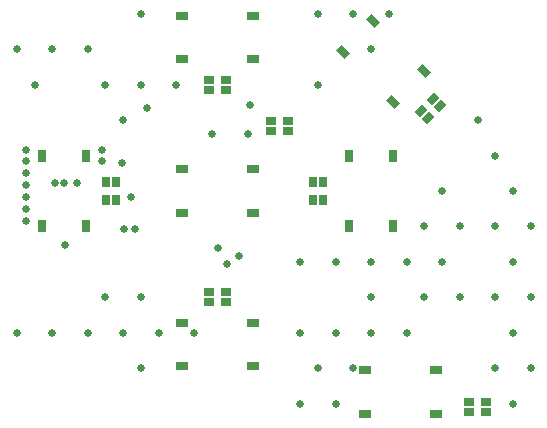
<source format=gts>
G04*
G04 #@! TF.GenerationSoftware,Altium Limited,Altium Designer,24.4.1 (13)*
G04*
G04 Layer_Color=8388736*
%FSLAX44Y44*%
%MOMM*%
G71*
G04*
G04 #@! TF.SameCoordinates,67352877-1681-4123-B6E6-81FFD263FBCE*
G04*
G04*
G04 #@! TF.FilePolarity,Negative*
G04*
G01*
G75*
%ADD12R,0.8500X0.6500*%
%ADD13R,1.0000X0.7000*%
%ADD14R,0.6500X0.8500*%
%ADD15R,0.7000X1.0000*%
G04:AMPARAMS|DCode=16|XSize=1mm|YSize=0.7mm|CornerRadius=0mm|HoleSize=0mm|Usage=FLASHONLY|Rotation=315.000|XOffset=0mm|YOffset=0mm|HoleType=Round|Shape=Rectangle|*
%AMROTATEDRECTD16*
4,1,4,-0.6010,0.1061,-0.1061,0.6010,0.6010,-0.1061,0.1061,-0.6010,-0.6010,0.1061,0.0*
%
%ADD16ROTATEDRECTD16*%

G04:AMPARAMS|DCode=17|XSize=0.65mm|YSize=0.85mm|CornerRadius=0mm|HoleSize=0mm|Usage=FLASHONLY|Rotation=315.000|XOffset=0mm|YOffset=0mm|HoleType=Round|Shape=Rectangle|*
%AMROTATEDRECTD17*
4,1,4,-0.5303,-0.0707,0.0707,0.5303,0.5303,0.0707,-0.0707,-0.5303,-0.5303,-0.0707,0.0*
%
%ADD17ROTATEDRECTD17*%

%ADD18C,0.6500*%
D12*
X-277250Y115750D02*
D03*
Y124250D02*
D03*
X-262750Y115750D02*
D03*
Y124250D02*
D03*
X-57250Y23250D02*
D03*
Y31750D02*
D03*
X-42750Y23250D02*
D03*
Y31750D02*
D03*
X-210250Y269250D02*
D03*
Y260750D02*
D03*
X-224750Y269250D02*
D03*
Y260750D02*
D03*
X-277250Y295750D02*
D03*
Y304250D02*
D03*
X-262750Y295750D02*
D03*
Y304250D02*
D03*
D13*
X-240000Y61500D02*
D03*
X-300000D02*
D03*
X-240000Y98500D02*
D03*
X-300000D02*
D03*
X-85000Y21500D02*
D03*
X-145000D02*
D03*
X-85000Y58500D02*
D03*
X-145000D02*
D03*
X-240000Y191500D02*
D03*
X-300000D02*
D03*
X-240000Y228500D02*
D03*
X-300000D02*
D03*
X-240000Y321500D02*
D03*
X-300000D02*
D03*
X-240000Y358500D02*
D03*
X-300000D02*
D03*
D14*
X-180750Y202750D02*
D03*
X-189250D02*
D03*
X-180750Y217250D02*
D03*
X-189250D02*
D03*
X-355750Y202750D02*
D03*
X-364250D02*
D03*
X-355750Y217250D02*
D03*
X-364250D02*
D03*
D15*
X-121500Y240000D02*
D03*
Y180000D02*
D03*
X-158500Y240000D02*
D03*
Y180000D02*
D03*
X-418500D02*
D03*
Y240000D02*
D03*
X-381500Y180000D02*
D03*
Y240000D02*
D03*
D16*
X-121868Y285705D02*
D03*
X-164295Y328132D02*
D03*
X-95705Y311868D02*
D03*
X-138132Y354295D02*
D03*
D17*
X-87879Y288132D02*
D03*
X-81868Y282121D02*
D03*
X-98132Y277879D02*
D03*
X-92121Y271868D02*
D03*
D18*
X-140000Y120000D02*
D03*
X-330000Y280000D02*
D03*
X-35002Y59998D02*
D03*
X-80002Y149998D02*
D03*
X-65002Y119998D02*
D03*
X-95002Y179998D02*
D03*
Y119998D02*
D03*
X-155002Y59998D02*
D03*
X-185002D02*
D03*
X-432000Y235000D02*
D03*
Y225000D02*
D03*
Y215000D02*
D03*
Y205000D02*
D03*
Y195000D02*
D03*
Y185000D02*
D03*
Y245000D02*
D03*
X-300000Y321500D02*
D03*
Y358500D02*
D03*
X-368000Y245000D02*
D03*
Y235000D02*
D03*
X-355750Y217250D02*
D03*
X-351000Y233500D02*
D03*
X-343617Y204617D02*
D03*
X-349617Y177500D02*
D03*
X-340000Y178000D02*
D03*
X-210250Y269250D02*
D03*
X-277250Y295750D02*
D03*
X-87879Y288132D02*
D03*
X-42750Y31750D02*
D03*
X-224750Y260750D02*
D03*
X-210250D02*
D03*
X-189250Y217250D02*
D03*
X-180750D02*
D03*
Y202750D02*
D03*
X-270000Y162000D02*
D03*
X-252000Y155000D02*
D03*
X-262500Y148000D02*
D03*
X-389000Y217000D02*
D03*
X-400000D02*
D03*
X-408000D02*
D03*
X-300000Y191500D02*
D03*
X-300250Y228250D02*
D03*
X-440002Y89998D02*
D03*
X-425002Y299998D02*
D03*
X-440002Y329998D02*
D03*
X-410002Y89998D02*
D03*
Y329998D02*
D03*
X-380002Y89998D02*
D03*
X-365002Y119998D02*
D03*
X-244000Y258000D02*
D03*
X-243000Y283000D02*
D03*
X-399000Y164000D02*
D03*
X-365002Y299998D02*
D03*
X-380002Y329998D02*
D03*
X-335002Y59998D02*
D03*
X-350002Y89998D02*
D03*
X-335002Y119998D02*
D03*
X-350002Y269998D02*
D03*
X-335002Y299998D02*
D03*
Y359998D02*
D03*
X-320002Y89998D02*
D03*
X-305002Y299998D02*
D03*
X-290002Y89998D02*
D03*
X-200002Y29998D02*
D03*
Y89998D02*
D03*
Y149998D02*
D03*
X-185002Y299998D02*
D03*
Y359998D02*
D03*
X-170002Y29998D02*
D03*
Y89998D02*
D03*
Y149998D02*
D03*
X-155002Y359998D02*
D03*
X-140002Y89998D02*
D03*
Y149998D02*
D03*
Y329998D02*
D03*
X-125002Y359998D02*
D03*
X-110002Y89998D02*
D03*
Y149998D02*
D03*
X-65002Y179998D02*
D03*
X-80002Y209998D02*
D03*
X-35002Y119998D02*
D03*
Y179998D02*
D03*
Y239998D02*
D03*
X-50002Y269998D02*
D03*
X-20002Y29998D02*
D03*
X-5002Y59998D02*
D03*
X-20002Y89998D02*
D03*
X-5002Y119998D02*
D03*
X-20002Y149998D02*
D03*
X-5002Y179998D02*
D03*
X-20002Y209998D02*
D03*
X-275000Y258000D02*
D03*
M02*

</source>
